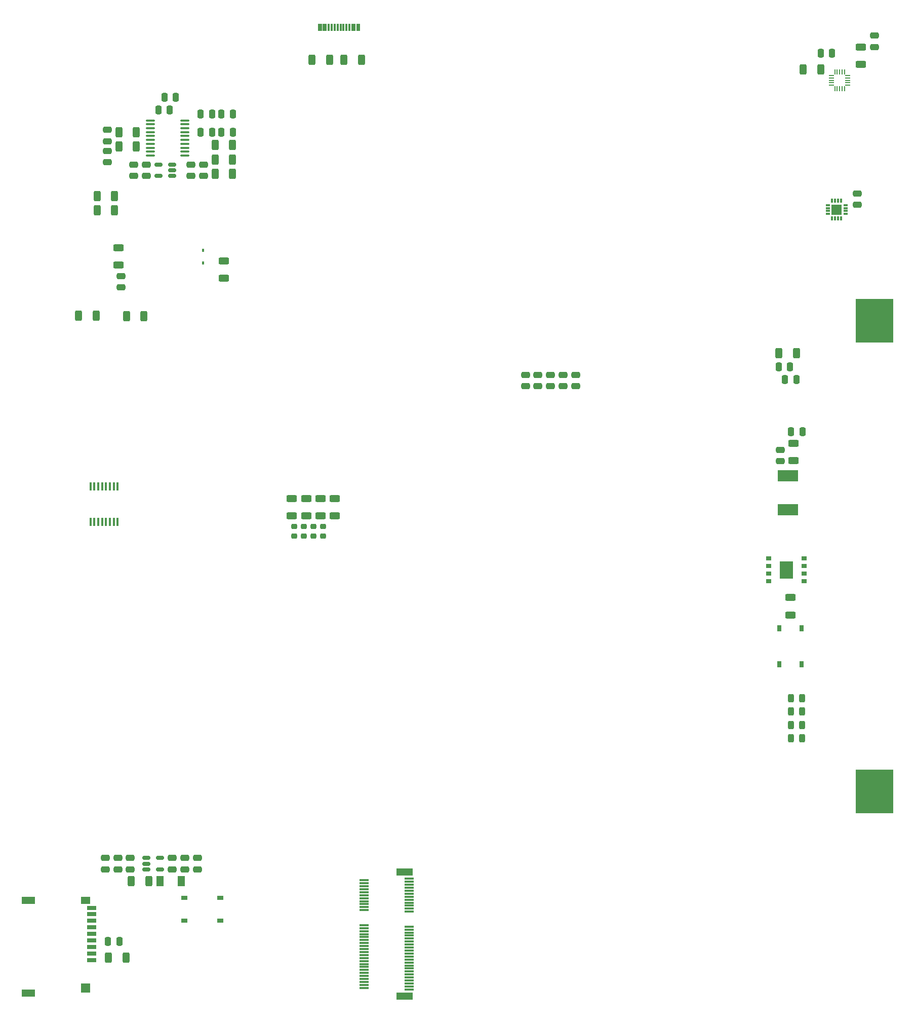
<source format=gbr>
%TF.GenerationSoftware,KiCad,Pcbnew,(6.0.5)*%
%TF.CreationDate,2022-08-12T21:43:39+02:00*%
%TF.ProjectId,clarinoid-devboard,636c6172-696e-46f6-9964-2d646576626f,rev?*%
%TF.SameCoordinates,Original*%
%TF.FileFunction,Paste,Top*%
%TF.FilePolarity,Positive*%
%FSLAX46Y46*%
G04 Gerber Fmt 4.6, Leading zero omitted, Abs format (unit mm)*
G04 Created by KiCad (PCBNEW (6.0.5)) date 2022-08-12 21:43:39*
%MOMM*%
%LPD*%
G01*
G04 APERTURE LIST*
G04 Aperture macros list*
%AMRoundRect*
0 Rectangle with rounded corners*
0 $1 Rounding radius*
0 $2 $3 $4 $5 $6 $7 $8 $9 X,Y pos of 4 corners*
0 Add a 4 corners polygon primitive as box body*
4,1,4,$2,$3,$4,$5,$6,$7,$8,$9,$2,$3,0*
0 Add four circle primitives for the rounded corners*
1,1,$1+$1,$2,$3*
1,1,$1+$1,$4,$5*
1,1,$1+$1,$6,$7*
1,1,$1+$1,$8,$9*
0 Add four rect primitives between the rounded corners*
20,1,$1+$1,$2,$3,$4,$5,0*
20,1,$1+$1,$4,$5,$6,$7,0*
20,1,$1+$1,$6,$7,$8,$9,0*
20,1,$1+$1,$8,$9,$2,$3,0*%
%AMFreePoly0*
4,1,14,0.354215,0.088284,0.450784,-0.008285,0.462500,-0.036569,0.462500,-0.060000,0.450784,-0.088284,0.422500,-0.100000,-0.422500,-0.100000,-0.450784,-0.088284,-0.462500,-0.060000,-0.462500,0.060000,-0.450784,0.088284,-0.422500,0.100000,0.325931,0.100000,0.354215,0.088284,0.354215,0.088284,$1*%
%AMFreePoly1*
4,1,14,0.450784,0.088284,0.462500,0.060000,0.462500,0.036569,0.450784,0.008285,0.354215,-0.088284,0.325931,-0.100000,-0.422500,-0.100000,-0.450784,-0.088284,-0.462500,-0.060000,-0.462500,0.060000,-0.450784,0.088284,-0.422500,0.100000,0.422500,0.100000,0.450784,0.088284,0.450784,0.088284,$1*%
%AMFreePoly2*
4,1,14,0.088284,0.450784,0.100000,0.422500,0.100000,-0.422500,0.088284,-0.450784,0.060000,-0.462500,-0.060000,-0.462500,-0.088284,-0.450784,-0.100000,-0.422500,-0.100000,0.325931,-0.088284,0.354215,0.008285,0.450784,0.036569,0.462500,0.060000,0.462500,0.088284,0.450784,0.088284,0.450784,$1*%
%AMFreePoly3*
4,1,14,-0.008285,0.450784,0.088284,0.354215,0.100000,0.325931,0.100000,-0.422500,0.088284,-0.450784,0.060000,-0.462500,-0.060000,-0.462500,-0.088284,-0.450784,-0.100000,-0.422500,-0.100000,0.422500,-0.088284,0.450784,-0.060000,0.462500,-0.036569,0.462500,-0.008285,0.450784,-0.008285,0.450784,$1*%
%AMFreePoly4*
4,1,14,0.450784,0.088284,0.462500,0.060000,0.462500,-0.060000,0.450784,-0.088284,0.422500,-0.100000,-0.325931,-0.100000,-0.354215,-0.088284,-0.450784,0.008285,-0.462500,0.036569,-0.462500,0.060000,-0.450784,0.088284,-0.422500,0.100000,0.422500,0.100000,0.450784,0.088284,0.450784,0.088284,$1*%
%AMFreePoly5*
4,1,14,0.450784,0.088284,0.462500,0.060000,0.462500,-0.060000,0.450784,-0.088284,0.422500,-0.100000,-0.422500,-0.100000,-0.450784,-0.088284,-0.462500,-0.060000,-0.462500,-0.036569,-0.450784,-0.008285,-0.354215,0.088284,-0.325931,0.100000,0.422500,0.100000,0.450784,0.088284,0.450784,0.088284,$1*%
%AMFreePoly6*
4,1,14,0.088284,0.450784,0.100000,0.422500,0.100000,-0.325931,0.088284,-0.354215,-0.008285,-0.450784,-0.036569,-0.462500,-0.060000,-0.462500,-0.088284,-0.450784,-0.100000,-0.422500,-0.100000,0.422500,-0.088284,0.450784,-0.060000,0.462500,0.060000,0.462500,0.088284,0.450784,0.088284,0.450784,$1*%
%AMFreePoly7*
4,1,14,0.088284,0.450784,0.100000,0.422500,0.100000,-0.422500,0.088284,-0.450784,0.060000,-0.462500,0.036569,-0.462500,0.008285,-0.450784,-0.088284,-0.354215,-0.100000,-0.325931,-0.100000,0.422500,-0.088284,0.450784,-0.060000,0.462500,0.060000,0.462500,0.088284,0.450784,0.088284,0.450784,$1*%
G04 Aperture macros list end*
%ADD10R,1.300000X1.700000*%
%ADD11RoundRect,0.218750X-0.256250X0.218750X-0.256250X-0.218750X0.256250X-0.218750X0.256250X0.218750X0*%
%ADD12RoundRect,0.250000X-0.475000X0.250000X-0.475000X-0.250000X0.475000X-0.250000X0.475000X0.250000X0*%
%ADD13RoundRect,0.250000X0.475000X-0.250000X0.475000X0.250000X-0.475000X0.250000X-0.475000X-0.250000X0*%
%ADD14RoundRect,0.250000X0.625000X-0.312500X0.625000X0.312500X-0.625000X0.312500X-0.625000X-0.312500X0*%
%ADD15RoundRect,0.250000X-0.312500X-0.625000X0.312500X-0.625000X0.312500X0.625000X-0.312500X0.625000X0*%
%ADD16RoundRect,0.250000X-0.625000X0.312500X-0.625000X-0.312500X0.625000X-0.312500X0.625000X0.312500X0*%
%ADD17RoundRect,0.250000X0.250000X0.475000X-0.250000X0.475000X-0.250000X-0.475000X0.250000X-0.475000X0*%
%ADD18R,0.450000X1.475000*%
%ADD19R,0.950000X0.700000*%
%ADD20R,2.250000X2.850000*%
%ADD21R,6.350000X7.340000*%
%ADD22R,3.500000X1.850000*%
%ADD23R,1.000000X0.750000*%
%ADD24RoundRect,0.243750X0.243750X0.456250X-0.243750X0.456250X-0.243750X-0.456250X0.243750X-0.456250X0*%
%ADD25R,0.800000X0.300000*%
%ADD26R,0.300000X0.800000*%
%ADD27R,1.800000X1.800000*%
%ADD28FreePoly0,270.000000*%
%ADD29RoundRect,0.050000X-0.050000X0.412500X-0.050000X-0.412500X0.050000X-0.412500X0.050000X0.412500X0*%
%ADD30FreePoly1,270.000000*%
%ADD31FreePoly2,270.000000*%
%ADD32RoundRect,0.050000X-0.412500X0.050000X-0.412500X-0.050000X0.412500X-0.050000X0.412500X0.050000X0*%
%ADD33FreePoly3,270.000000*%
%ADD34FreePoly4,270.000000*%
%ADD35FreePoly5,270.000000*%
%ADD36FreePoly6,270.000000*%
%ADD37FreePoly7,270.000000*%
%ADD38R,0.300000X1.150000*%
%ADD39RoundRect,0.243750X-0.243750X-0.456250X0.243750X-0.456250X0.243750X0.456250X-0.243750X0.456250X0*%
%ADD40RoundRect,0.250000X0.312500X0.625000X-0.312500X0.625000X-0.312500X-0.625000X0.312500X-0.625000X0*%
%ADD41RoundRect,0.250000X-0.250000X-0.475000X0.250000X-0.475000X0.250000X0.475000X-0.250000X0.475000X0*%
%ADD42R,1.600000X0.700000*%
%ADD43R,1.500000X1.200000*%
%ADD44R,2.200000X1.200000*%
%ADD45R,1.500000X1.600000*%
%ADD46RoundRect,0.100000X-0.637500X-0.100000X0.637500X-0.100000X0.637500X0.100000X-0.637500X0.100000X0*%
%ADD47R,1.550000X0.300000*%
%ADD48R,2.750000X1.200000*%
%ADD49R,0.450000X0.600000*%
%ADD50R,0.750000X1.000000*%
%ADD51RoundRect,0.150000X-0.512500X-0.150000X0.512500X-0.150000X0.512500X0.150000X-0.512500X0.150000X0*%
%ADD52RoundRect,0.150000X0.512500X0.150000X-0.512500X0.150000X-0.512500X-0.150000X0.512500X-0.150000X0*%
G04 APERTURE END LIST*
D10*
%TO.C,D12*%
X357526804Y-154850000D03*
X361026804Y-154850000D03*
%TD*%
D11*
%TO.C,D5*%
X384739304Y-95600034D03*
X384739304Y-97175034D03*
%TD*%
D12*
%TO.C,C4*%
X353084556Y-35125729D03*
X353084556Y-37025729D03*
%TD*%
D13*
%TO.C,C21*%
X422789304Y-72150034D03*
X422789304Y-70250034D03*
%TD*%
D11*
%TO.C,D7*%
X383139304Y-95600034D03*
X383139304Y-97175034D03*
%TD*%
D14*
%TO.C,R35*%
X384339304Y-93850034D03*
X384339304Y-90925034D03*
%TD*%
D15*
%TO.C,R40*%
X343876804Y-60350034D03*
X346801804Y-60350034D03*
%TD*%
D12*
%TO.C,C1*%
X348339304Y-151000000D03*
X348339304Y-152900000D03*
%TD*%
D13*
%TO.C,C23*%
X426989304Y-72150034D03*
X426989304Y-70250034D03*
%TD*%
D16*
%TO.C,R10*%
X462939304Y-107457534D03*
X462939304Y-110382534D03*
%TD*%
D17*
%TO.C,C14*%
X369684556Y-29675729D03*
X367784556Y-29675729D03*
%TD*%
D13*
%TO.C,C29*%
X359539304Y-152900000D03*
X359539304Y-151000000D03*
%TD*%
%TO.C,C25*%
X476938304Y-15472534D03*
X476938304Y-13572534D03*
%TD*%
D11*
%TO.C,D9*%
X379939304Y-95600034D03*
X379939304Y-97175034D03*
%TD*%
D13*
%TO.C,C18*%
X461179304Y-84691034D03*
X461179304Y-82791034D03*
%TD*%
%TO.C,C20*%
X420689304Y-72150034D03*
X420689304Y-70250034D03*
%TD*%
D18*
%TO.C,IC1*%
X345864304Y-94788034D03*
X346514304Y-94788034D03*
X347164304Y-94788034D03*
X347814304Y-94788034D03*
X348464304Y-94788034D03*
X349114304Y-94788034D03*
X349764304Y-94788034D03*
X350414304Y-94788034D03*
X350414304Y-88912034D03*
X349764304Y-88912034D03*
X349114304Y-88912034D03*
X348464304Y-88912034D03*
X347814304Y-88912034D03*
X347164304Y-88912034D03*
X346514304Y-88912034D03*
X345864304Y-88912034D03*
%TD*%
D14*
%TO.C,R19*%
X368184556Y-54138229D03*
X368184556Y-51213229D03*
%TD*%
D19*
%TO.C,IC2*%
X459239304Y-100945034D03*
X459239304Y-102215034D03*
X459239304Y-103485034D03*
X459239304Y-104755034D03*
X465189304Y-104755034D03*
X465189304Y-103485034D03*
X465189304Y-102215034D03*
X465189304Y-100945034D03*
D20*
X462214304Y-102850034D03*
%TD*%
D12*
%TO.C,C12*%
X348684556Y-32825729D03*
X348684556Y-34725729D03*
%TD*%
%TO.C,C26*%
X352539304Y-151000000D03*
X352539304Y-152900000D03*
%TD*%
D21*
%TO.C,BT1*%
X476973602Y-61245179D03*
X476973602Y-139905179D03*
%TD*%
D22*
%TO.C,L1*%
X462454304Y-92756034D03*
X462454304Y-87156034D03*
%TD*%
D13*
%TO.C,C27*%
X350984556Y-55625729D03*
X350984556Y-53725729D03*
%TD*%
D16*
%TO.C,R4*%
X474638304Y-15460034D03*
X474638304Y-18385034D03*
%TD*%
D23*
%TO.C,SW6*%
X361539304Y-157675000D03*
X361539304Y-161425000D03*
X367539304Y-157675000D03*
X367539304Y-161425000D03*
%TD*%
D15*
%TO.C,R41*%
X351876804Y-60450034D03*
X354801804Y-60450034D03*
%TD*%
D24*
%TO.C,D1*%
X464854304Y-130956867D03*
X462979304Y-130956867D03*
%TD*%
D17*
%TO.C,C15*%
X463889304Y-71020034D03*
X461989304Y-71020034D03*
%TD*%
D15*
%TO.C,R7*%
X382939304Y-17635034D03*
X385864304Y-17635034D03*
%TD*%
D17*
%TO.C,C8*%
X360134556Y-23875729D03*
X358234556Y-23875729D03*
%TD*%
D13*
%TO.C,C5*%
X364784556Y-37025729D03*
X364784556Y-35125729D03*
%TD*%
%TO.C,C9*%
X348684556Y-31225729D03*
X348684556Y-29325729D03*
%TD*%
D25*
%TO.C,IC3*%
X472139304Y-43380034D03*
X472139304Y-42880034D03*
X472139304Y-42380034D03*
X472139304Y-41880034D03*
D26*
X471389304Y-41130034D03*
X470889304Y-41130034D03*
X470389304Y-41130034D03*
X469889304Y-41130034D03*
D25*
X469139304Y-41880034D03*
X469139304Y-42380034D03*
X469139304Y-42880034D03*
X469139304Y-43380034D03*
D26*
X469889304Y-44130034D03*
X470389304Y-44130034D03*
X470889304Y-44130034D03*
X471389304Y-44130034D03*
D27*
X470639304Y-42630034D03*
%TD*%
D28*
%TO.C,U45*%
X471929304Y-19672534D03*
D29*
X471529304Y-19672534D03*
X471129304Y-19672534D03*
X470729304Y-19672534D03*
D30*
X470329304Y-19672534D03*
D31*
X469741804Y-20260034D03*
D32*
X469741804Y-20660034D03*
X469741804Y-21060034D03*
X469741804Y-21460034D03*
D33*
X469741804Y-21860034D03*
D34*
X470329304Y-22447534D03*
D29*
X470729304Y-22447534D03*
X471129304Y-22447534D03*
X471529304Y-22447534D03*
D35*
X471929304Y-22447534D03*
D36*
X472516804Y-21860034D03*
D32*
X472516804Y-21460034D03*
X472516804Y-21060034D03*
X472516804Y-20660034D03*
D37*
X472516804Y-20260034D03*
%TD*%
D38*
%TO.C,J2*%
X390789304Y-12220034D03*
X389989304Y-12220034D03*
X388689304Y-12220034D03*
X387689304Y-12220034D03*
X387189304Y-12220034D03*
X386189304Y-12220034D03*
X384889304Y-12220034D03*
X384089304Y-12220034D03*
X384389304Y-12220034D03*
X385189304Y-12220034D03*
X385689304Y-12220034D03*
X386689304Y-12220034D03*
X388189304Y-12220034D03*
X389189304Y-12220034D03*
X389689304Y-12220034D03*
X390489304Y-12220034D03*
%TD*%
D11*
%TO.C,D8*%
X381539304Y-95600034D03*
X381539304Y-97175034D03*
%TD*%
D39*
%TO.C,D2*%
X462979304Y-128741034D03*
X464854304Y-128741034D03*
%TD*%
D40*
%TO.C,R6*%
X353547056Y-32075729D03*
X350622056Y-32075729D03*
%TD*%
D13*
%TO.C,C30*%
X361639304Y-152900000D03*
X361639304Y-151000000D03*
%TD*%
%TO.C,C32*%
X474069304Y-41830034D03*
X474069304Y-39930034D03*
%TD*%
D17*
%TO.C,C24*%
X469889304Y-16550034D03*
X467989304Y-16550034D03*
%TD*%
D41*
%TO.C,C11*%
X364284556Y-29675729D03*
X366184556Y-29675729D03*
%TD*%
D14*
%TO.C,R34*%
X386739304Y-93850034D03*
X386739304Y-90925034D03*
%TD*%
D13*
%TO.C,C6*%
X362684556Y-37025729D03*
X362684556Y-35125729D03*
%TD*%
%TO.C,C17*%
X418589304Y-72150034D03*
X418589304Y-70250034D03*
%TD*%
D12*
%TO.C,C2*%
X350439304Y-151000000D03*
X350439304Y-152900000D03*
%TD*%
D15*
%TO.C,R21*%
X346984556Y-42775729D03*
X349909556Y-42775729D03*
%TD*%
D39*
%TO.C,D4*%
X462979304Y-124309368D03*
X464854304Y-124309368D03*
%TD*%
D14*
%TO.C,R37*%
X379539304Y-93850034D03*
X379539304Y-90925034D03*
%TD*%
%TO.C,R22*%
X350584556Y-51938229D03*
X350584556Y-49013229D03*
%TD*%
D42*
%TO.C,J38*%
X346091553Y-168100000D03*
X346091553Y-167000000D03*
X346091553Y-165900000D03*
X346091553Y-164800000D03*
X346091553Y-163700000D03*
X346091553Y-162600000D03*
X346091553Y-161500000D03*
X346091553Y-160400000D03*
X346091553Y-159300000D03*
D43*
X345091553Y-158100000D03*
D44*
X335491553Y-158100000D03*
X335491553Y-173600000D03*
D45*
X345091553Y-172700000D03*
%TD*%
D40*
%TO.C,R8*%
X391164304Y-17635034D03*
X388239304Y-17635034D03*
%TD*%
%TO.C,R14*%
X355639304Y-154850000D03*
X352714304Y-154850000D03*
%TD*%
D16*
%TO.C,R11*%
X463379304Y-81678534D03*
X463379304Y-84603534D03*
%TD*%
D40*
%TO.C,R3*%
X369647056Y-36675729D03*
X366722056Y-36675729D03*
%TD*%
D41*
%TO.C,C13*%
X367784556Y-26668229D03*
X369684556Y-26668229D03*
%TD*%
D15*
%TO.C,R15*%
X348876804Y-167650000D03*
X351801804Y-167650000D03*
%TD*%
D40*
%TO.C,R1*%
X369647056Y-31875729D03*
X366722056Y-31875729D03*
%TD*%
D12*
%TO.C,C3*%
X355184556Y-35125729D03*
X355184556Y-37025729D03*
%TD*%
D46*
%TO.C,U1*%
X355922056Y-27750729D03*
X355922056Y-28400729D03*
X355922056Y-29050729D03*
X355922056Y-29700729D03*
X355922056Y-30350729D03*
X355922056Y-31000729D03*
X355922056Y-31650729D03*
X355922056Y-32300729D03*
X355922056Y-32950729D03*
X355922056Y-33600729D03*
X361647056Y-33600729D03*
X361647056Y-32950729D03*
X361647056Y-32300729D03*
X361647056Y-31650729D03*
X361647056Y-31000729D03*
X361647056Y-30350729D03*
X361647056Y-29700729D03*
X361647056Y-29050729D03*
X361647056Y-28400729D03*
X361647056Y-27750729D03*
%TD*%
D24*
%TO.C,D3*%
X464854304Y-126525201D03*
X462979304Y-126525201D03*
%TD*%
D41*
%TO.C,C28*%
X348789304Y-164950000D03*
X350689304Y-164950000D03*
%TD*%
D13*
%TO.C,C31*%
X363739304Y-152900000D03*
X363739304Y-151000000D03*
%TD*%
D17*
%TO.C,C10*%
X366184556Y-26668229D03*
X364284556Y-26668229D03*
%TD*%
D14*
%TO.C,R36*%
X381939304Y-93850034D03*
X381939304Y-90925034D03*
%TD*%
D15*
%TO.C,R9*%
X460976804Y-66620034D03*
X463901804Y-66620034D03*
%TD*%
D47*
%TO.C,U40*%
X399161659Y-154455000D03*
X391611659Y-154705000D03*
X399161659Y-154955000D03*
X391611659Y-155205000D03*
X399161659Y-155455000D03*
X391611659Y-155705000D03*
X399161659Y-155955000D03*
X391611659Y-156205000D03*
X399161659Y-156455000D03*
X391611659Y-156705000D03*
X399161659Y-156955000D03*
X391611659Y-157205000D03*
X399161659Y-157455000D03*
X391611659Y-157705000D03*
X399161659Y-157955000D03*
X391611659Y-158205000D03*
X399161659Y-158455000D03*
X391611659Y-158705000D03*
X399161659Y-158955000D03*
X391611659Y-159205000D03*
X399161659Y-159455000D03*
X391611659Y-159705000D03*
X399161659Y-159955000D03*
X391611659Y-162205000D03*
X399161659Y-162455000D03*
X391611659Y-162705000D03*
X399161659Y-162955000D03*
X391611659Y-163205000D03*
X399161659Y-163455000D03*
X391611659Y-163705000D03*
X399161659Y-163955000D03*
X391611659Y-164205000D03*
X399161659Y-164455000D03*
X391611659Y-164705000D03*
X399161659Y-164955000D03*
X391611659Y-165205000D03*
X399161659Y-165455000D03*
X391611659Y-165705000D03*
X399161659Y-165955000D03*
X391611659Y-166205000D03*
X399161659Y-166455000D03*
X391611659Y-166705000D03*
X399161659Y-166955000D03*
X391611659Y-167205000D03*
X399161659Y-167455000D03*
X391611659Y-167705000D03*
X399161659Y-167955000D03*
X391611659Y-168205000D03*
X399161659Y-168455000D03*
X391611659Y-168705000D03*
X399161659Y-168955000D03*
X391611659Y-169205000D03*
X399161659Y-169455000D03*
X391611659Y-169705000D03*
X399161659Y-169955000D03*
X391611659Y-170205000D03*
X399161659Y-170455000D03*
X391611659Y-170705000D03*
X399161659Y-170955000D03*
X391611659Y-171205000D03*
X399161659Y-171455000D03*
X391611659Y-171705000D03*
X399161659Y-171955000D03*
X391611659Y-172205000D03*
X399161659Y-172455000D03*
X391611659Y-172705000D03*
X399161659Y-172955000D03*
D48*
X398386659Y-153355000D03*
X398386659Y-174055000D03*
%TD*%
D49*
%TO.C,D6*%
X364684556Y-51525729D03*
X364684556Y-49425729D03*
%TD*%
D40*
%TO.C,R5*%
X353547056Y-29675729D03*
X350622056Y-29675729D03*
%TD*%
D13*
%TO.C,C22*%
X424889304Y-72150034D03*
X424889304Y-70250034D03*
%TD*%
D40*
%TO.C,R2*%
X369647056Y-34275729D03*
X366722056Y-34275729D03*
%TD*%
D15*
%TO.C,R12*%
X465066804Y-19260034D03*
X467991804Y-19260034D03*
%TD*%
D41*
%TO.C,C19*%
X463029304Y-79741034D03*
X464929304Y-79741034D03*
%TD*%
%TO.C,C16*%
X460939304Y-68920034D03*
X462839304Y-68920034D03*
%TD*%
D15*
%TO.C,R20*%
X346984556Y-40375729D03*
X349909556Y-40375729D03*
%TD*%
D50*
%TO.C,SW1*%
X464814304Y-112620034D03*
X461064304Y-112620034D03*
X464814304Y-118620034D03*
X461064304Y-118620034D03*
%TD*%
D51*
%TO.C,U19*%
X355201804Y-151000000D03*
X355201804Y-151950000D03*
X355201804Y-152900000D03*
X357476804Y-152900000D03*
X357476804Y-151000000D03*
%TD*%
D41*
%TO.C,C7*%
X357234556Y-25975729D03*
X359134556Y-25975729D03*
%TD*%
D52*
%TO.C,U7*%
X359522056Y-37025729D03*
X359522056Y-36075729D03*
X359522056Y-35125729D03*
X357247056Y-35125729D03*
X357247056Y-37025729D03*
%TD*%
M02*

</source>
